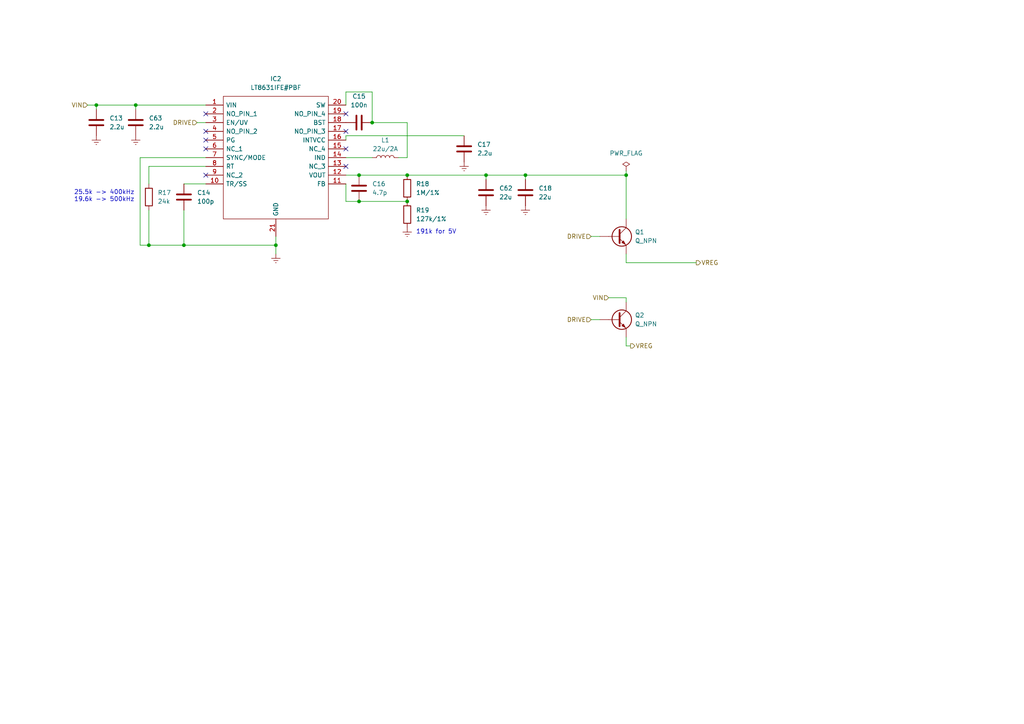
<source format=kicad_sch>
(kicad_sch (version 20250114) (generator "eeschema") (generator_version "9.0")
  (paper "A4")
  (lib_symbols
    (symbol "Device:C" (pin_numbers (hide yes)) (pin_names (offset 0.254))
      (property "Reference" "C" (at 0.635 2.54 0))
      (property "Value" "C" (at 0.635 -2.54 0))
      (symbol "C_0_1"
        (polyline (pts (xy -2.032 0.762) (xy 2.032 0.762)) (stroke (width 0.508)))
        (polyline (pts (xy -2.032 -0.762) (xy 2.032 -0.762)) (stroke (width 0.508)))
      )
      (symbol "C_1_1"
        (pin passive line (at 0 3.81 270) (length 2.794) (name "~") (number "1"))
        (pin passive line (at 0 -3.81 90) (length 2.794) (name "~") (number "2"))
      )
    )
    (symbol "Device:L" (pin_numbers (hide yes)) (pin_names (offset 1.016) (hide yes))
      (property "Reference" "L" (at -1.27 0 90))
      (property "Value" "L" (at 1.905 0 90))
      (symbol "L_0_1"
        (arc (start 0 2.54) (mid 0.6323 1.905) (end 0 1.27))
        (arc (start 0 1.27) (mid 0.6323 0.635) (end 0 0))
        (arc (start 0 0) (mid 0.6323 -0.635) (end 0 -1.27))
        (arc (start 0 -1.27) (mid 0.6323 -1.905) (end 0 -2.54))
      )
      (symbol "L_1_1"
        (pin passive line (at 0 3.81 270) (length 1.27) (name "1") (number "1"))
        (pin passive line (at 0 -3.81 90) (length 1.27) (name "2") (number "2"))
      )
    )
    (symbol "Device:Q_NPN" (pin_numbers (hide yes)) (pin_names (offset 0) (hide yes))
      (property "Reference" "Q" (at 5.08 1.27 0))
      (property "Value" "Q_NPN" (at 5.08 -1.27 0))
      (symbol "Q_NPN_0_1"
        (polyline (pts (xy -2.54 0) (xy 0.635 0)))
        (polyline (pts (xy 0.635 1.905) (xy 0.635 -1.905)) (stroke (width 0.508)))
        (polyline (pts (xy 0.635 0.635) (xy 2.54 2.54)))
        (polyline (pts (xy 0.635 -0.635) (xy 2.54 -2.54)))
        (circle (center 1.27 0) (radius 2.8194) (stroke (width 0.254)))
        (polyline (pts (xy 1.27 -1.778) (xy 1.778 -1.27) (xy 2.286 -2.286) (xy 1.27 -1.778)) (fill (type outline)))
      )
      (symbol "Q_NPN_1_1"
        (pin input line (at -5.08 0 0) (length 2.54) (name "B") (number "B"))
        (pin passive line (at 2.54 5.08 270) (length 2.54) (name "C") (number "C"))
        (pin passive line (at 2.54 -5.08 90) (length 2.54) (name "E") (number "E"))
      )
    )
    (symbol "Device:R" (pin_numbers (hide yes)) (pin_names (offset 0))
      (property "Reference" "R" (at 2.032 0 90))
      (property "Value" "R" (at 0 0 90))
      (symbol "R_0_1"
        (rectangle (start -1.016 -2.54) (end 1.016 2.54) (stroke (width 0.254)))
      )
      (symbol "R_1_1"
        (pin passive line (at 0 3.81 270) (length 1.27) (name "~") (number "1"))
        (pin passive line (at 0 -3.81 90) (length 1.27) (name "~") (number "2"))
      )
    )
    (symbol "Samacsys:LT8631IFE#PBF" (pin_names (offset 0.762))
      (property "Reference" "IC" (at 36.83 7.62 0))
      (property "Value" "LT8631IFE#PBF" (at 36.83 5.08 0))
      (symbol "LT8631IFE#PBF_0_0"
        (pin passive line (at 0 0 0) (length 5.08) (name "VIN") (number "1"))
        (pin passive line (at 0 -2.54 0) (length 5.08) (name "NO_PIN_1") (number "2"))
        (pin passive line (at 0 -5.08 0) (length 5.08) (name "EN/UV") (number "3"))
        (pin passive line (at 0 -7.62 0) (length 5.08) (name "NO_PIN_2") (number "4"))
        (pin passive line (at 0 -10.16 0) (length 5.08) (name "PG") (number "5"))
        (pin passive line (at 0 -12.7 0) (length 5.08) (name "NC_1") (number "6"))
        (pin passive line (at 0 -15.24 0) (length 5.08) (name "SYNC/MODE") (number "7"))
        (pin passive line (at 0 -17.78 0) (length 5.08) (name "RT") (number "8"))
        (pin passive line (at 0 -20.32 0) (length 5.08) (name "NC_2") (number "9"))
        (pin passive line (at 0 -22.86 0) (length 5.08) (name "TR/SS") (number "10"))
        (pin passive line (at 20.32 -38.1 90) (length 5.08) (name "GND") (number "21"))
        (pin passive line (at 40.64 0 180) (length 5.08) (name "SW") (number "20"))
        (pin passive line (at 40.64 -2.54 180) (length 5.08) (name "NO_PIN_4") (number "19"))
        (pin passive line (at 40.64 -5.08 180) (length 5.08) (name "BST") (number "18"))
        (pin passive line (at 40.64 -7.62 180) (length 5.08) (name "NO_PIN_3") (number "17"))
        (pin passive line (at 40.64 -10.16 180) (length 5.08) (name "INTVCC") (number "16"))
        (pin passive line (at 40.64 -12.7 180) (length 5.08) (name "NC_4") (number "15"))
        (pin passive line (at 40.64 -15.24 180) (length 5.08) (name "IND") (number "14"))
        (pin passive line (at 40.64 -17.78 180) (length 5.08) (name "NC_3") (number "13"))
        (pin passive line (at 40.64 -20.32 180) (length 5.08) (name "VOUT") (number "12"))
        (pin passive line (at 40.64 -22.86 180) (length 5.08) (name "FB") (number "11"))
      )
      (symbol "LT8631IFE#PBF_0_1"
        (polyline (pts (xy 5.08 2.54) (xy 35.56 2.54) (xy 35.56 -33.02) (xy 5.08 -33.02) (xy 5.08 2.54)) (stroke (width 0.1524)))
      )
    )
    (symbol "power:Earth" (power) (pin_names (offset 0))
      (symbol "Earth_0_1"
        (polyline (pts (xy -0.635 -1.905) (xy 0.635 -1.905)))
        (polyline (pts (xy -0.127 -2.54) (xy 0.127 -2.54)))
        (polyline (pts (xy 0 -1.27) (xy 0 0)))
        (polyline (pts (xy 1.27 -1.27) (xy -1.27 -1.27)))
      )
      (symbol "Earth_1_1"
        (pin power_in line (at 0 0 270) (length 0) (hide yes) (name "Earth") (number "1"))
      )
    )
    (symbol "power:PWR_FLAG" (power) (pin_numbers (hide yes)) (pin_names (offset 0) (hide yes))
      (property "Value" "PWR_FLAG" (at 0 3.81 0))
      (symbol "PWR_FLAG_0_0"
        (pin power_out line (at 0 0 90) (length 0) (name "~") (number "1"))
      )
      (symbol "PWR_FLAG_0_1"
        (polyline (pts (xy 0 0) (xy 0 1.27) (xy -1.016 1.905) (xy 0 2.54) (xy 1.016 1.905) (xy 0 1.27)))
      )
    )
  )
  (text "191k for 5V" (at 120.65 67.31 0) (effects (font (size 1.27 1.27)) (justify left)))
  (text "25.5k -> 400kHz\n19.6k -> 500kHz" (at 30.226 56.896 0) (effects (font (size 1.27 1.27))))
  (junction (at 140.97 50.8))
  (junction (at 104.14 58.42))
  (junction (at 118.11 58.42))
  (junction (at 27.94 30.48))
  (junction (at 80.01 71.12))
  (junction (at 104.14 50.8))
  (junction (at 43.18 71.12))
  (junction (at 107.95 35.56))
  (junction (at 53.34 71.12))
  (junction (at 181.61 50.8))
  (junction (at 152.4 50.8))
  (junction (at 39.37 30.48))
  (junction (at 118.11 50.8))
  (no_connect (at 59.69 33.02))
  (no_connect (at 59.69 43.18))
  (no_connect (at 100.33 33.02))
  (no_connect (at 100.33 43.18))
  (no_connect (at 100.33 38.1))
  (no_connect (at 100.33 48.26))
  (no_connect (at 59.69 40.64))
  (no_connect (at 59.69 50.8))
  (no_connect (at 59.69 38.1))
  (wire (pts (xy 104.14 58.42) (xy 118.11 58.42)))
  (wire (pts (xy 181.61 100.33) (xy 182.88 100.33)))
  (wire (pts (xy 40.64 71.12) (xy 43.18 71.12)))
  (wire (pts (xy 107.95 35.56) (xy 118.11 35.56)))
  (wire (pts (xy 53.34 71.12) (xy 80.01 71.12)))
  (wire (pts (xy 152.4 50.8) (xy 181.61 50.8)))
  (wire (pts (xy 39.37 30.48) (xy 59.69 30.48)))
  (wire (pts (xy 80.01 73.66) (xy 80.01 71.12)))
  (wire (pts (xy 59.69 48.26) (xy 43.18 48.26)))
  (wire (pts (xy 57.15 35.56) (xy 59.69 35.56)))
  (wire (pts (xy 118.11 45.72) (xy 115.57 45.72)))
  (wire (pts (xy 107.95 26.67) (xy 107.95 35.56)))
  (wire (pts (xy 181.61 50.8) (xy 181.61 49.53)))
  (wire (pts (xy 80.01 71.12) (xy 80.01 68.58)))
  (wire (pts (xy 100.33 30.48) (xy 100.33 26.67)))
  (wire (pts (xy 25.4 30.48) (xy 27.94 30.48)))
  (wire (pts (xy 140.97 52.07) (xy 140.97 50.8)))
  (wire (pts (xy 104.14 50.8) (xy 118.11 50.8)))
  (wire (pts (xy 43.18 71.12) (xy 53.34 71.12)))
  (wire (pts (xy 27.94 30.48) (xy 39.37 30.48)))
  (wire (pts (xy 118.11 35.56) (xy 118.11 45.72)))
  (wire (pts (xy 27.94 31.75) (xy 27.94 30.48)))
  (wire (pts (xy 107.95 45.72) (xy 100.33 45.72)))
  (wire (pts (xy 181.61 76.2) (xy 181.61 73.66)))
  (wire (pts (xy 43.18 48.26) (xy 43.18 53.34)))
  (wire (pts (xy 104.14 50.8) (xy 100.33 50.8)))
  (wire (pts (xy 118.11 50.8) (xy 140.97 50.8)))
  (wire (pts (xy 40.64 45.72) (xy 40.64 71.12)))
  (wire (pts (xy 140.97 50.8) (xy 152.4 50.8)))
  (wire (pts (xy 181.61 76.2) (xy 201.93 76.2)))
  (wire (pts (xy 152.4 52.07) (xy 152.4 50.8)))
  (wire (pts (xy 100.33 39.37) (xy 134.62 39.37)))
  (wire (pts (xy 53.34 60.96) (xy 53.34 71.12)))
  (wire (pts (xy 181.61 100.33) (xy 181.61 97.79)))
  (wire (pts (xy 181.61 50.8) (xy 181.61 63.5)))
  (wire (pts (xy 171.45 68.58) (xy 173.99 68.58)))
  (wire (pts (xy 100.33 58.42) (xy 104.14 58.42)))
  (wire (pts (xy 100.33 39.37) (xy 100.33 40.64)))
  (wire (pts (xy 171.45 92.71) (xy 173.99 92.71)))
  (wire (pts (xy 59.69 45.72) (xy 40.64 45.72)))
  (wire (pts (xy 43.18 60.96) (xy 43.18 71.12)))
  (wire (pts (xy 100.33 53.34) (xy 100.33 58.42)))
  (wire (pts (xy 53.34 53.34) (xy 59.69 53.34)))
  (wire (pts (xy 100.33 26.67) (xy 107.95 26.67)))
  (wire (pts (xy 176.53 86.36) (xy 181.61 86.36)))
  (wire (pts (xy 181.61 86.36) (xy 181.61 87.63)))
  (wire (pts (xy 39.37 31.75) (xy 39.37 30.48)))
  (hierarchical_label "DRIVE" (shape input) (at 171.45 92.71 180))
  (hierarchical_label "DRIVE" (shape input) (at 57.15 35.56 180))
  (hierarchical_label "VIN" (shape input) (at 25.4 30.48 180))
  (hierarchical_label "VREG" (shape output) (at 182.88 100.33 0))
  (hierarchical_label "DRIVE" (shape input) (at 171.45 68.58 180))
  (hierarchical_label "VREG" (shape output) (at 201.93 76.2 0))
  (hierarchical_label "VIN" (shape input) (at 176.53 86.36 180))
  (symbol (lib_id "Device:C") (at 134.62 43.18 0) (unit 1)
    (property "Reference" "C17" (at 138.43 41.91 0) (effects (justify left)))
    (property "Value" "2.2u" (at 138.43 44.45 0) (effects (justify left)))
    (property "Footprint" "Capacitor_SMD:C_0603_1608Metric" (effects (hide yes)))
  )
  (symbol (lib_id "power:Earth") (at 80.01 73.66 0) (unit 1)
    (property "Reference" "#PWR054" (effects (hide yes)))
    (property "Value" "Earth" (effects (hide yes)))
    (instances (project "BMS_Slave_V1(ADBMS1818)" (path "" (reference "#PWR054") (unit 1))) (project "BMS_Slave" (path "" (reference "#PWR012") (unit 1))))
  )
  (symbol (lib_id "Device:Q_NPN") (at 179.07 68.58 0) (unit 1)
    (property "Reference" "Q1" (at 184.15 67.3099 0) (effects (justify left)))
    (property "Value" "Q_NPN" (at 184.15 69.8499 0) (effects (justify left)))
    (property "Footprint" "Diode_SMD:D_PowerDI-5" (effects (hide yes)))
    (property "Description" "NPN bipolar junction transistor" (effects (hide yes)))
  )
  (symbol (lib_id "power:Earth") (at 39.37 39.37 0) (unit 1)
    (property "Reference" "#PWR0102" (effects (hide yes)))
    (property "Value" "Earth" (effects (hide yes)))
  )
  (symbol (lib_id "power:Earth") (at 140.97 59.69 0) (unit 1)
    (property "Reference" "#PWR0101" (effects (hide yes)))
    (property "Value" "Earth" (effects (hide yes)))
  )
  (symbol (lib_id "power:PWR_FLAG") (at 181.61 49.53 0) (unit 1)
    (property "Reference" "#FLG01" (effects (hide yes)))
    (property "Value" "PWR_FLAG" (at 181.61 44.45 0))
    (property "Description" "Special symbol for telling ERC where power comes from" (effects (hide yes)))
  )
  (symbol (lib_id "Device:C") (at 27.94 35.56 0) (unit 1)
    (property "Reference" "C13" (at 31.75 34.29 0) (effects (justify left)))
    (property "Value" "2.2u" (at 31.75 36.83 0) (effects (justify left)))
    (property "Footprint" "Capacitor_SMD:C_2220_5750Metric" (effects (hide yes)))
  )
  (symbol (lib_id "Device:Q_NPN") (at 179.07 92.71 0) (unit 1)
    (property "Reference" "Q2" (at 184.15 91.4399 0) (effects (justify left)))
    (property "Value" "Q_NPN" (at 184.15 93.9799 0) (effects (justify left)))
    (property "Footprint" "Diode_SMD:D_PowerDI-5" (effects (hide yes)))
    (property "Description" "NPN bipolar junction transistor" (effects (hide yes)))
  )
  (symbol (lib_id "Samacsys:LT8631IFE#PBF") (at 59.69 30.48 0) (unit 1)
    (property "Reference" "IC2" (at 80.01 22.86 0))
    (property "Value" "LT8631IFE#PBF" (at 80.01 25.4 0))
    (property "Footprint" "nturt_kicad_lib_EP6:TSSOP-20 FE20(16) (EP Variation CB)" (effects (hide yes)))
    (property "Datasheet" "https://www.analog.com/media/en/technical-documentation/data-sheets/lt8631.pdf" (effects (hide yes)))
    (property "Description" "Switching Voltage Regulators 100V, 1A Sync uP Buck Reg" (effects (hide yes)))
    (property "Height" "1.2" (effects (hide yes)))
    (property "Mouser Part Number" "584-LT8631IFE#PBF" (effects (hide yes)))
    (property "Mouser Price/Stock" "https://www.mouser.co.uk/ProductDetail/Analog-Devices/LT8631IFEPBF?qs=oahfZPh6IALt9hCBxhtB7A%3D%3D" (effects (hide yes)))
    (property "Manufacturer_Name" "Analog Devices" (effects (hide yes)))
    (property "Manufacturer_Part_Number" "LT8631IFE#PBF" (effects (hide yes)))
  )
  (symbol (lib_id "power:Earth") (at 152.4 59.69 0) (unit 1)
    (property "Reference" "#PWR057" (effects (hide yes)))
    (property "Value" "Earth" (effects (hide yes)))
    (instances (project "BMS_Slave_V1(ADBMS1818)" (path "" (reference "#PWR057") (unit 1))) (project "BMS_Slave" (path "" (reference "#PWR012") (unit 1))))
  )
  (symbol (lib_id "Device:C") (at 53.34 57.15 0) (unit 1)
    (property "Reference" "C14" (at 57.15 55.88 0) (effects (justify left)))
    (property "Value" "100p" (at 57.15 58.42 0) (effects (justify left)))
    (property "Footprint" "Capacitor_SMD:C_0603_1608Metric" (effects (hide yes)))
  )
  (symbol (lib_id "Device:R") (at 43.18 57.15 0) (unit 1)
    (property "Reference" "R17" (at 45.72 55.88 0) (effects (justify left)))
    (property "Value" "24k" (at 45.72 58.42 0) (effects (justify left)))
    (property "Footprint" "Resistor_SMD:R_0402_1005Metric" (effects (hide yes)))
  )
  (symbol (lib_id "Device:R") (at 118.11 54.61 0) (unit 1)
    (property "Reference" "R18" (at 120.65 53.34 0) (effects (justify left)))
    (property "Value" "1M/1%" (at 120.65 55.88 0) (effects (justify left)))
    (property "Footprint" "Resistor_SMD:R_0402_1005Metric" (effects (hide yes)))
  )
  (symbol (lib_id "Device:C") (at 140.97 55.88 0) (unit 1)
    (property "Reference" "C62" (at 144.78 54.61 0) (effects (justify left)))
    (property "Value" "22u" (at 144.78 57.15 0) (effects (justify left)))
    (property "Footprint" "Capacitor_SMD:C_1206_3216Metric" (effects (hide yes)))
  )
  (symbol (lib_id "power:Earth") (at 118.11 66.04 0) (unit 1)
    (property "Reference" "#PWR055" (effects (hide yes)))
    (property "Value" "Earth" (effects (hide yes)))
    (instances (project "BMS_Slave_V1(ADBMS1818)" (path "" (reference "#PWR055") (unit 1))) (project "BMS_Slave" (path "" (reference "#PWR012") (unit 1))))
  )
  (symbol (lib_id "Device:C") (at 152.4 55.88 0) (unit 1)
    (property "Reference" "C18" (at 156.21 54.61 0) (effects (justify left)))
    (property "Value" "22u" (at 156.21 57.15 0) (effects (justify left)))
    (property "Footprint" "Capacitor_SMD:C_1206_3216Metric" (effects (hide yes)))
  )
  (symbol (lib_id "power:Earth") (at 27.94 39.37 0) (unit 1)
    (property "Reference" "#PWR053" (effects (hide yes)))
    (property "Value" "Earth" (effects (hide yes)))
    (instances (project "BMS_Slave_V1(ADBMS1818)" (path "" (reference "#PWR053") (unit 1))) (project "BMS_Slave" (path "" (reference "#PWR012") (unit 1))))
  )
  (symbol (lib_id "Device:C") (at 39.37 35.56 0) (unit 1)
    (property "Reference" "C63" (at 43.18 34.29 0) (effects (justify left)))
    (property "Value" "2.2u" (at 43.18 36.83 0) (effects (justify left)))
    (property "Footprint" "Capacitor_SMD:C_2220_5750Metric" (effects (hide yes)))
  )
  (symbol (lib_id "Device:C") (at 104.14 35.56 90) (unit 1)
    (property "Reference" "C15" (at 104.14 27.94 90))
    (property "Value" "100n" (at 104.14 30.48 90))
    (property "Footprint" "Capacitor_SMD:C_0603_1608Metric" (effects (hide yes)))
  )
  (symbol (lib_id "power:Earth") (at 134.62 46.99 0) (unit 1)
    (property "Reference" "#PWR056" (effects (hide yes)))
    (property "Value" "Earth" (effects (hide yes)))
    (instances (project "BMS_Slave_V1(ADBMS1818)" (path "" (reference "#PWR056") (unit 1))) (project "BMS_Slave" (path "" (reference "#PWR012") (unit 1))))
  )
  (symbol (lib_id "Device:L") (at 111.76 45.72 90) (unit 1)
    (property "Reference" "L1" (at 111.76 40.64 90))
    (property "Value" "22u/2A" (at 111.76 43.18 90))
    (property "Footprint" "Inductor_SMD:L_Bourns-SRN8040_8x8.15mm" (effects (hide yes)))
  )
  (symbol (lib_id "Device:R") (at 118.11 62.23 0) (unit 1)
    (property "Reference" "R19" (at 120.65 60.9599 0) (effects (justify left)))
    (property "Value" "127k/1%" (at 120.65 63.4999 0) (effects (justify left)))
    (property "Footprint" "Resistor_SMD:R_0402_1005Metric" (effects (hide yes)))
  )
  (symbol (lib_id "Device:C") (at 104.14 54.61 180) (unit 1)
    (property "Reference" "C16" (at 107.95 53.34 0) (effects (justify right)))
    (property "Value" "4.7p" (at 107.95 55.88 0) (effects (justify right)))
    (property "Footprint" "Capacitor_SMD:C_0402_1005Metric" (effects (hide yes)))
  )
)
</source>
